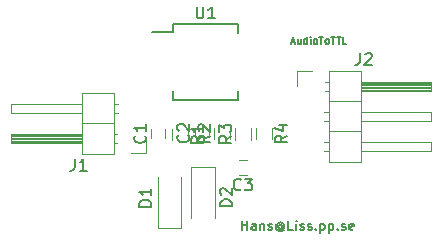
<source format=gbr>
G04 #@! TF.FileFunction,Legend,Top*
%FSLAX46Y46*%
G04 Gerber Fmt 4.6, Leading zero omitted, Abs format (unit mm)*
G04 Created by KiCad (PCBNEW 4.0.7) date 07/15/18 12:38:24*
%MOMM*%
%LPD*%
G01*
G04 APERTURE LIST*
%ADD10C,0.100000*%
%ADD11C,0.200000*%
%ADD12C,0.150000*%
%ADD13C,0.120000*%
G04 APERTURE END LIST*
D10*
D11*
X147155491Y-115573765D02*
X147155491Y-114773765D01*
X147155491Y-115154717D02*
X147612634Y-115154717D01*
X147612634Y-115573765D02*
X147612634Y-114773765D01*
X148336443Y-115573765D02*
X148336443Y-115154717D01*
X148298348Y-115078527D01*
X148222158Y-115040431D01*
X148069777Y-115040431D01*
X147993586Y-115078527D01*
X148336443Y-115535670D02*
X148260253Y-115573765D01*
X148069777Y-115573765D01*
X147993586Y-115535670D01*
X147955491Y-115459479D01*
X147955491Y-115383289D01*
X147993586Y-115307098D01*
X148069777Y-115269003D01*
X148260253Y-115269003D01*
X148336443Y-115230908D01*
X148717396Y-115040431D02*
X148717396Y-115573765D01*
X148717396Y-115116622D02*
X148755491Y-115078527D01*
X148831682Y-115040431D01*
X148945968Y-115040431D01*
X149022158Y-115078527D01*
X149060253Y-115154717D01*
X149060253Y-115573765D01*
X149403111Y-115535670D02*
X149479301Y-115573765D01*
X149631682Y-115573765D01*
X149707873Y-115535670D01*
X149745968Y-115459479D01*
X149745968Y-115421384D01*
X149707873Y-115345193D01*
X149631682Y-115307098D01*
X149517397Y-115307098D01*
X149441206Y-115269003D01*
X149403111Y-115192812D01*
X149403111Y-115154717D01*
X149441206Y-115078527D01*
X149517397Y-115040431D01*
X149631682Y-115040431D01*
X149707873Y-115078527D01*
X150584063Y-115192812D02*
X150545968Y-115154717D01*
X150469778Y-115116622D01*
X150393587Y-115116622D01*
X150317397Y-115154717D01*
X150279301Y-115192812D01*
X150241206Y-115269003D01*
X150241206Y-115345193D01*
X150279301Y-115421384D01*
X150317397Y-115459479D01*
X150393587Y-115497574D01*
X150469778Y-115497574D01*
X150545968Y-115459479D01*
X150584063Y-115421384D01*
X150584063Y-115116622D02*
X150584063Y-115421384D01*
X150622159Y-115459479D01*
X150660254Y-115459479D01*
X150736444Y-115421384D01*
X150774539Y-115345193D01*
X150774539Y-115154717D01*
X150698349Y-115040431D01*
X150584063Y-114964241D01*
X150431682Y-114926146D01*
X150279301Y-114964241D01*
X150165016Y-115040431D01*
X150088825Y-115154717D01*
X150050730Y-115307098D01*
X150088825Y-115459479D01*
X150165016Y-115573765D01*
X150279301Y-115649955D01*
X150431682Y-115688050D01*
X150584063Y-115649955D01*
X150698349Y-115573765D01*
X151498349Y-115573765D02*
X151117396Y-115573765D01*
X151117396Y-114773765D01*
X151765015Y-115573765D02*
X151765015Y-115040431D01*
X151765015Y-114773765D02*
X151726920Y-114811860D01*
X151765015Y-114849955D01*
X151803110Y-114811860D01*
X151765015Y-114773765D01*
X151765015Y-114849955D01*
X152107872Y-115535670D02*
X152184062Y-115573765D01*
X152336443Y-115573765D01*
X152412634Y-115535670D01*
X152450729Y-115459479D01*
X152450729Y-115421384D01*
X152412634Y-115345193D01*
X152336443Y-115307098D01*
X152222158Y-115307098D01*
X152145967Y-115269003D01*
X152107872Y-115192812D01*
X152107872Y-115154717D01*
X152145967Y-115078527D01*
X152222158Y-115040431D01*
X152336443Y-115040431D01*
X152412634Y-115078527D01*
X152755491Y-115535670D02*
X152831681Y-115573765D01*
X152984062Y-115573765D01*
X153060253Y-115535670D01*
X153098348Y-115459479D01*
X153098348Y-115421384D01*
X153060253Y-115345193D01*
X152984062Y-115307098D01*
X152869777Y-115307098D01*
X152793586Y-115269003D01*
X152755491Y-115192812D01*
X152755491Y-115154717D01*
X152793586Y-115078527D01*
X152869777Y-115040431D01*
X152984062Y-115040431D01*
X153060253Y-115078527D01*
X153441205Y-115497574D02*
X153479300Y-115535670D01*
X153441205Y-115573765D01*
X153403110Y-115535670D01*
X153441205Y-115497574D01*
X153441205Y-115573765D01*
X153822157Y-115040431D02*
X153822157Y-115840431D01*
X153822157Y-115078527D02*
X153898348Y-115040431D01*
X154050729Y-115040431D01*
X154126919Y-115078527D01*
X154165014Y-115116622D01*
X154203110Y-115192812D01*
X154203110Y-115421384D01*
X154165014Y-115497574D01*
X154126919Y-115535670D01*
X154050729Y-115573765D01*
X153898348Y-115573765D01*
X153822157Y-115535670D01*
X154545967Y-115040431D02*
X154545967Y-115840431D01*
X154545967Y-115078527D02*
X154622158Y-115040431D01*
X154774539Y-115040431D01*
X154850729Y-115078527D01*
X154888824Y-115116622D01*
X154926920Y-115192812D01*
X154926920Y-115421384D01*
X154888824Y-115497574D01*
X154850729Y-115535670D01*
X154774539Y-115573765D01*
X154622158Y-115573765D01*
X154545967Y-115535670D01*
X155269777Y-115497574D02*
X155307872Y-115535670D01*
X155269777Y-115573765D01*
X155231682Y-115535670D01*
X155269777Y-115497574D01*
X155269777Y-115573765D01*
X155612634Y-115535670D02*
X155688824Y-115573765D01*
X155841205Y-115573765D01*
X155917396Y-115535670D01*
X155955491Y-115459479D01*
X155955491Y-115421384D01*
X155917396Y-115345193D01*
X155841205Y-115307098D01*
X155726920Y-115307098D01*
X155650729Y-115269003D01*
X155612634Y-115192812D01*
X155612634Y-115154717D01*
X155650729Y-115078527D01*
X155726920Y-115040431D01*
X155841205Y-115040431D01*
X155917396Y-115078527D01*
X156603110Y-115535670D02*
X156526920Y-115573765D01*
X156374539Y-115573765D01*
X156298348Y-115535670D01*
X156260253Y-115459479D01*
X156260253Y-115154717D01*
X156298348Y-115078527D01*
X156374539Y-115040431D01*
X156526920Y-115040431D01*
X156603110Y-115078527D01*
X156641205Y-115154717D01*
X156641205Y-115230908D01*
X156260253Y-115307098D01*
D12*
X151357301Y-99645140D02*
X151643015Y-99645140D01*
X151300158Y-99816569D02*
X151500158Y-99216569D01*
X151700158Y-99816569D01*
X152157301Y-99416569D02*
X152157301Y-99816569D01*
X151900158Y-99416569D02*
X151900158Y-99730854D01*
X151928730Y-99787997D01*
X151985872Y-99816569D01*
X152071587Y-99816569D01*
X152128730Y-99787997D01*
X152157301Y-99759426D01*
X152700158Y-99816569D02*
X152700158Y-99216569D01*
X152700158Y-99787997D02*
X152643015Y-99816569D01*
X152528729Y-99816569D01*
X152471587Y-99787997D01*
X152443015Y-99759426D01*
X152414444Y-99702283D01*
X152414444Y-99530854D01*
X152443015Y-99473711D01*
X152471587Y-99445140D01*
X152528729Y-99416569D01*
X152643015Y-99416569D01*
X152700158Y-99445140D01*
X152985872Y-99816569D02*
X152985872Y-99416569D01*
X152985872Y-99216569D02*
X152957301Y-99245140D01*
X152985872Y-99273711D01*
X153014444Y-99245140D01*
X152985872Y-99216569D01*
X152985872Y-99273711D01*
X153357300Y-99816569D02*
X153300158Y-99787997D01*
X153271586Y-99759426D01*
X153243015Y-99702283D01*
X153243015Y-99530854D01*
X153271586Y-99473711D01*
X153300158Y-99445140D01*
X153357300Y-99416569D01*
X153443015Y-99416569D01*
X153500158Y-99445140D01*
X153528729Y-99473711D01*
X153557300Y-99530854D01*
X153557300Y-99702283D01*
X153528729Y-99759426D01*
X153500158Y-99787997D01*
X153443015Y-99816569D01*
X153357300Y-99816569D01*
X153728729Y-99216569D02*
X154071586Y-99216569D01*
X153900157Y-99816569D02*
X153900157Y-99216569D01*
X154357300Y-99816569D02*
X154300158Y-99787997D01*
X154271586Y-99759426D01*
X154243015Y-99702283D01*
X154243015Y-99530854D01*
X154271586Y-99473711D01*
X154300158Y-99445140D01*
X154357300Y-99416569D01*
X154443015Y-99416569D01*
X154500158Y-99445140D01*
X154528729Y-99473711D01*
X154557300Y-99530854D01*
X154557300Y-99702283D01*
X154528729Y-99759426D01*
X154500158Y-99787997D01*
X154443015Y-99816569D01*
X154357300Y-99816569D01*
X154728729Y-99216569D02*
X155071586Y-99216569D01*
X154900157Y-99816569D02*
X154900157Y-99216569D01*
X155185872Y-99216569D02*
X155528729Y-99216569D01*
X155357300Y-99816569D02*
X155357300Y-99216569D01*
X156014443Y-99816569D02*
X155728729Y-99816569D01*
X155728729Y-99216569D01*
D13*
X140686080Y-107061520D02*
X140686080Y-107761520D01*
X139486080Y-107761520D02*
X139486080Y-107061520D01*
X144364000Y-107020880D02*
X144364000Y-107720880D01*
X143164000Y-107720880D02*
X143164000Y-107020880D01*
X146906500Y-109679180D02*
X147606500Y-109679180D01*
X147606500Y-110879180D02*
X146906500Y-110879180D01*
X140036040Y-111112360D02*
X140036040Y-115412360D01*
X140036040Y-115412360D02*
X142036040Y-115412360D01*
X142036040Y-115412360D02*
X142036040Y-111112360D01*
X144860520Y-114571720D02*
X144860520Y-110271720D01*
X144860520Y-110271720D02*
X142860520Y-110271720D01*
X142860520Y-110271720D02*
X142860520Y-114571720D01*
X136304200Y-109150460D02*
X136304200Y-103950460D01*
X136304200Y-103950460D02*
X133644200Y-103950460D01*
X133644200Y-103950460D02*
X133644200Y-109150460D01*
X133644200Y-109150460D02*
X136304200Y-109150460D01*
X133644200Y-108200460D02*
X127644200Y-108200460D01*
X127644200Y-108200460D02*
X127644200Y-107440460D01*
X127644200Y-107440460D02*
X133644200Y-107440460D01*
X133644200Y-108140460D02*
X127644200Y-108140460D01*
X133644200Y-108020460D02*
X127644200Y-108020460D01*
X133644200Y-107900460D02*
X127644200Y-107900460D01*
X133644200Y-107780460D02*
X127644200Y-107780460D01*
X133644200Y-107660460D02*
X127644200Y-107660460D01*
X133644200Y-107540460D02*
X127644200Y-107540460D01*
X136634200Y-108200460D02*
X136304200Y-108200460D01*
X136634200Y-107440460D02*
X136304200Y-107440460D01*
X136304200Y-106550460D02*
X133644200Y-106550460D01*
X133644200Y-105660460D02*
X127644200Y-105660460D01*
X127644200Y-105660460D02*
X127644200Y-104900460D01*
X127644200Y-104900460D02*
X133644200Y-104900460D01*
X136701271Y-105660460D02*
X136304200Y-105660460D01*
X136701271Y-104900460D02*
X136304200Y-104900460D01*
X139014200Y-107820460D02*
X139014200Y-109090460D01*
X139014200Y-109090460D02*
X137744200Y-109090460D01*
X154556280Y-102088640D02*
X154556280Y-109828640D01*
X154556280Y-109828640D02*
X157216280Y-109828640D01*
X157216280Y-109828640D02*
X157216280Y-102088640D01*
X157216280Y-102088640D02*
X154556280Y-102088640D01*
X157216280Y-103038640D02*
X163216280Y-103038640D01*
X163216280Y-103038640D02*
X163216280Y-103798640D01*
X163216280Y-103798640D02*
X157216280Y-103798640D01*
X157216280Y-103098640D02*
X163216280Y-103098640D01*
X157216280Y-103218640D02*
X163216280Y-103218640D01*
X157216280Y-103338640D02*
X163216280Y-103338640D01*
X157216280Y-103458640D02*
X163216280Y-103458640D01*
X157216280Y-103578640D02*
X163216280Y-103578640D01*
X157216280Y-103698640D02*
X163216280Y-103698640D01*
X154226280Y-103038640D02*
X154556280Y-103038640D01*
X154226280Y-103798640D02*
X154556280Y-103798640D01*
X154556280Y-104688640D02*
X157216280Y-104688640D01*
X157216280Y-105578640D02*
X163216280Y-105578640D01*
X163216280Y-105578640D02*
X163216280Y-106338640D01*
X163216280Y-106338640D02*
X157216280Y-106338640D01*
X154159209Y-105578640D02*
X154556280Y-105578640D01*
X154159209Y-106338640D02*
X154556280Y-106338640D01*
X154556280Y-107228640D02*
X157216280Y-107228640D01*
X157216280Y-108118640D02*
X163216280Y-108118640D01*
X163216280Y-108118640D02*
X163216280Y-108878640D01*
X163216280Y-108878640D02*
X157216280Y-108878640D01*
X154159209Y-108118640D02*
X154556280Y-108118640D01*
X154159209Y-108878640D02*
X154556280Y-108878640D01*
X151846280Y-103418640D02*
X151846280Y-102148640D01*
X151846280Y-102148640D02*
X153116280Y-102148640D01*
X141275520Y-107992800D02*
X141275520Y-106992800D01*
X142635520Y-106992800D02*
X142635520Y-107992800D01*
X146130560Y-106911520D02*
X146130560Y-107911520D01*
X144770560Y-107911520D02*
X144770560Y-106911520D01*
X147939040Y-106931840D02*
X147939040Y-107931840D01*
X146579040Y-107931840D02*
X146579040Y-106931840D01*
X148387520Y-107911520D02*
X148387520Y-106911520D01*
X149747520Y-106911520D02*
X149747520Y-107911520D01*
D12*
X141344200Y-98141000D02*
X141344200Y-98796000D01*
X146844200Y-98141000D02*
X146844200Y-98891000D01*
X146844200Y-104551000D02*
X146844200Y-103801000D01*
X141344200Y-104551000D02*
X141344200Y-103801000D01*
X141344200Y-98141000D02*
X146844200Y-98141000D01*
X141344200Y-104551000D02*
X146844200Y-104551000D01*
X141344200Y-98796000D02*
X139594200Y-98796000D01*
X138943223Y-107578186D02*
X138990842Y-107625805D01*
X139038461Y-107768662D01*
X139038461Y-107863900D01*
X138990842Y-108006758D01*
X138895604Y-108101996D01*
X138800366Y-108149615D01*
X138609890Y-108197234D01*
X138467032Y-108197234D01*
X138276556Y-108149615D01*
X138181318Y-108101996D01*
X138086080Y-108006758D01*
X138038461Y-107863900D01*
X138038461Y-107768662D01*
X138086080Y-107625805D01*
X138133699Y-107578186D01*
X139038461Y-106625805D02*
X139038461Y-107197234D01*
X139038461Y-106911520D02*
X138038461Y-106911520D01*
X138181318Y-107006758D01*
X138276556Y-107101996D01*
X138324175Y-107197234D01*
X142621143Y-107537546D02*
X142668762Y-107585165D01*
X142716381Y-107728022D01*
X142716381Y-107823260D01*
X142668762Y-107966118D01*
X142573524Y-108061356D01*
X142478286Y-108108975D01*
X142287810Y-108156594D01*
X142144952Y-108156594D01*
X141954476Y-108108975D01*
X141859238Y-108061356D01*
X141764000Y-107966118D01*
X141716381Y-107823260D01*
X141716381Y-107728022D01*
X141764000Y-107585165D01*
X141811619Y-107537546D01*
X141811619Y-107156594D02*
X141764000Y-107108975D01*
X141716381Y-107013737D01*
X141716381Y-106775641D01*
X141764000Y-106680403D01*
X141811619Y-106632784D01*
X141906857Y-106585165D01*
X142002095Y-106585165D01*
X142144952Y-106632784D01*
X142716381Y-107204213D01*
X142716381Y-106585165D01*
X147089834Y-112136323D02*
X147042215Y-112183942D01*
X146899358Y-112231561D01*
X146804120Y-112231561D01*
X146661262Y-112183942D01*
X146566024Y-112088704D01*
X146518405Y-111993466D01*
X146470786Y-111802990D01*
X146470786Y-111660132D01*
X146518405Y-111469656D01*
X146566024Y-111374418D01*
X146661262Y-111279180D01*
X146804120Y-111231561D01*
X146899358Y-111231561D01*
X147042215Y-111279180D01*
X147089834Y-111326799D01*
X147423167Y-111231561D02*
X148042215Y-111231561D01*
X147708881Y-111612513D01*
X147851739Y-111612513D01*
X147946977Y-111660132D01*
X147994596Y-111707751D01*
X148042215Y-111802990D01*
X148042215Y-112041085D01*
X147994596Y-112136323D01*
X147946977Y-112183942D01*
X147851739Y-112231561D01*
X147566024Y-112231561D01*
X147470786Y-112183942D01*
X147423167Y-112136323D01*
X139488421Y-113600455D02*
X138488421Y-113600455D01*
X138488421Y-113362360D01*
X138536040Y-113219502D01*
X138631278Y-113124264D01*
X138726516Y-113076645D01*
X138916992Y-113029026D01*
X139059850Y-113029026D01*
X139250326Y-113076645D01*
X139345564Y-113124264D01*
X139440802Y-113219502D01*
X139488421Y-113362360D01*
X139488421Y-113600455D01*
X139488421Y-112076645D02*
X139488421Y-112648074D01*
X139488421Y-112362360D02*
X138488421Y-112362360D01*
X138631278Y-112457598D01*
X138726516Y-112552836D01*
X138774135Y-112648074D01*
X146312901Y-113559815D02*
X145312901Y-113559815D01*
X145312901Y-113321720D01*
X145360520Y-113178862D01*
X145455758Y-113083624D01*
X145550996Y-113036005D01*
X145741472Y-112988386D01*
X145884330Y-112988386D01*
X146074806Y-113036005D01*
X146170044Y-113083624D01*
X146265282Y-113178862D01*
X146312901Y-113321720D01*
X146312901Y-113559815D01*
X145408139Y-112607434D02*
X145360520Y-112559815D01*
X145312901Y-112464577D01*
X145312901Y-112226481D01*
X145360520Y-112131243D01*
X145408139Y-112083624D01*
X145503377Y-112036005D01*
X145598615Y-112036005D01*
X145741472Y-112083624D01*
X146312901Y-112655053D01*
X146312901Y-112036005D01*
X133025867Y-109542841D02*
X133025867Y-110257127D01*
X132978247Y-110399984D01*
X132883009Y-110495222D01*
X132740152Y-110542841D01*
X132644914Y-110542841D01*
X134025867Y-110542841D02*
X133454438Y-110542841D01*
X133740152Y-110542841D02*
X133740152Y-109542841D01*
X133644914Y-109685698D01*
X133549676Y-109780936D01*
X133454438Y-109828555D01*
X157167947Y-100601021D02*
X157167947Y-101315307D01*
X157120327Y-101458164D01*
X157025089Y-101553402D01*
X156882232Y-101601021D01*
X156786994Y-101601021D01*
X157596518Y-100696259D02*
X157644137Y-100648640D01*
X157739375Y-100601021D01*
X157977471Y-100601021D01*
X158072709Y-100648640D01*
X158120328Y-100696259D01*
X158167947Y-100791497D01*
X158167947Y-100886735D01*
X158120328Y-101029592D01*
X157548899Y-101601021D01*
X158167947Y-101601021D01*
X143857901Y-107659466D02*
X143381710Y-107992800D01*
X143857901Y-108230895D02*
X142857901Y-108230895D01*
X142857901Y-107849942D01*
X142905520Y-107754704D01*
X142953139Y-107707085D01*
X143048377Y-107659466D01*
X143191234Y-107659466D01*
X143286472Y-107707085D01*
X143334091Y-107754704D01*
X143381710Y-107849942D01*
X143381710Y-108230895D01*
X143857901Y-106707085D02*
X143857901Y-107278514D01*
X143857901Y-106992800D02*
X142857901Y-106992800D01*
X143000758Y-107088038D01*
X143095996Y-107183276D01*
X143143615Y-107278514D01*
X144452941Y-107578186D02*
X143976750Y-107911520D01*
X144452941Y-108149615D02*
X143452941Y-108149615D01*
X143452941Y-107768662D01*
X143500560Y-107673424D01*
X143548179Y-107625805D01*
X143643417Y-107578186D01*
X143786274Y-107578186D01*
X143881512Y-107625805D01*
X143929131Y-107673424D01*
X143976750Y-107768662D01*
X143976750Y-108149615D01*
X143548179Y-107197234D02*
X143500560Y-107149615D01*
X143452941Y-107054377D01*
X143452941Y-106816281D01*
X143500560Y-106721043D01*
X143548179Y-106673424D01*
X143643417Y-106625805D01*
X143738655Y-106625805D01*
X143881512Y-106673424D01*
X144452941Y-107244853D01*
X144452941Y-106625805D01*
X146261421Y-107598506D02*
X145785230Y-107931840D01*
X146261421Y-108169935D02*
X145261421Y-108169935D01*
X145261421Y-107788982D01*
X145309040Y-107693744D01*
X145356659Y-107646125D01*
X145451897Y-107598506D01*
X145594754Y-107598506D01*
X145689992Y-107646125D01*
X145737611Y-107693744D01*
X145785230Y-107788982D01*
X145785230Y-108169935D01*
X145261421Y-107265173D02*
X145261421Y-106646125D01*
X145642373Y-106979459D01*
X145642373Y-106836601D01*
X145689992Y-106741363D01*
X145737611Y-106693744D01*
X145832850Y-106646125D01*
X146070945Y-106646125D01*
X146166183Y-106693744D01*
X146213802Y-106741363D01*
X146261421Y-106836601D01*
X146261421Y-107122316D01*
X146213802Y-107217554D01*
X146166183Y-107265173D01*
X150969901Y-107578186D02*
X150493710Y-107911520D01*
X150969901Y-108149615D02*
X149969901Y-108149615D01*
X149969901Y-107768662D01*
X150017520Y-107673424D01*
X150065139Y-107625805D01*
X150160377Y-107578186D01*
X150303234Y-107578186D01*
X150398472Y-107625805D01*
X150446091Y-107673424D01*
X150493710Y-107768662D01*
X150493710Y-108149615D01*
X150303234Y-106721043D02*
X150969901Y-106721043D01*
X149922282Y-106959139D02*
X150636568Y-107197234D01*
X150636568Y-106578186D01*
X143332295Y-96668381D02*
X143332295Y-97477905D01*
X143379914Y-97573143D01*
X143427533Y-97620762D01*
X143522771Y-97668381D01*
X143713248Y-97668381D01*
X143808486Y-97620762D01*
X143856105Y-97573143D01*
X143903724Y-97477905D01*
X143903724Y-96668381D01*
X144903724Y-97668381D02*
X144332295Y-97668381D01*
X144618009Y-97668381D02*
X144618009Y-96668381D01*
X144522771Y-96811238D01*
X144427533Y-96906476D01*
X144332295Y-96954095D01*
M02*

</source>
